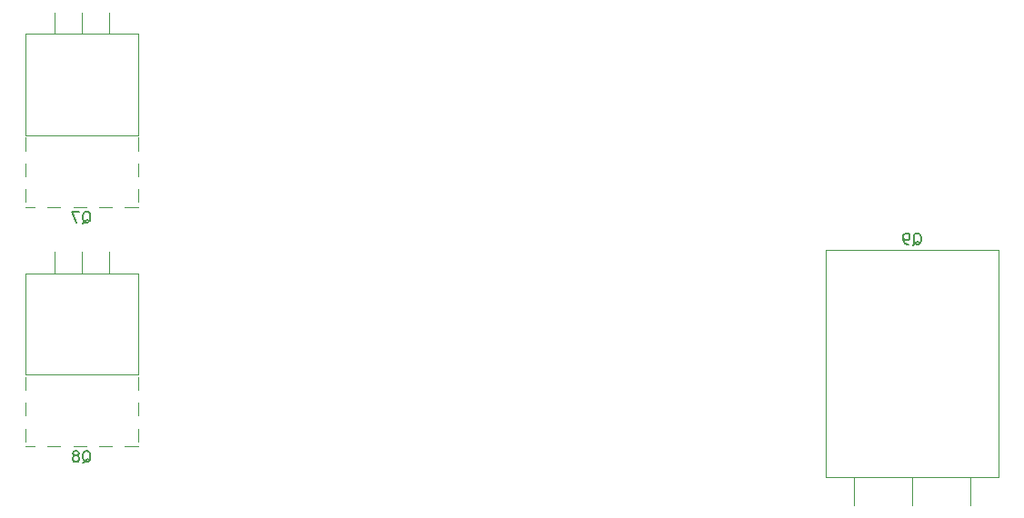
<source format=gbo>
%TF.GenerationSoftware,KiCad,Pcbnew,6.0.1-79c1e3a40b~116~ubuntu20.04.1*%
%TF.CreationDate,2022-02-02T21:52:56+02:00*%
%TF.ProjectId,OBQAS,4f425141-532e-46b6-9963-61645f706362,rev?*%
%TF.SameCoordinates,Original*%
%TF.FileFunction,Legend,Bot*%
%TF.FilePolarity,Positive*%
%FSLAX46Y46*%
G04 Gerber Fmt 4.6, Leading zero omitted, Abs format (unit mm)*
G04 Created by KiCad (PCBNEW 6.0.1-79c1e3a40b~116~ubuntu20.04.1) date 2022-02-02 21:52:56*
%MOMM*%
%LPD*%
G01*
G04 APERTURE LIST*
G04 Aperture macros list*
%AMRoundRect*
0 Rectangle with rounded corners*
0 $1 Rounding radius*
0 $2 $3 $4 $5 $6 $7 $8 $9 X,Y pos of 4 corners*
0 Add a 4 corners polygon primitive as box body*
4,1,4,$2,$3,$4,$5,$6,$7,$8,$9,$2,$3,0*
0 Add four circle primitives for the rounded corners*
1,1,$1+$1,$2,$3*
1,1,$1+$1,$4,$5*
1,1,$1+$1,$6,$7*
1,1,$1+$1,$8,$9*
0 Add four rect primitives between the rounded corners*
20,1,$1+$1,$2,$3,$4,$5,0*
20,1,$1+$1,$4,$5,$6,$7,0*
20,1,$1+$1,$6,$7,$8,$9,0*
20,1,$1+$1,$8,$9,$2,$3,0*%
G04 Aperture macros list end*
%ADD10C,0.150000*%
%ADD11C,0.120000*%
%ADD12C,3.600000*%
%ADD13O,4.000500X1.501140*%
%ADD14C,1.524000*%
%ADD15R,3.200000X3.200000*%
%ADD16O,3.200000X3.200000*%
%ADD17R,2.000000X2.000000*%
%ADD18C,2.000000*%
%ADD19RoundRect,1.500000X-1.500000X1.500000X-1.500000X-1.500000X1.500000X-1.500000X1.500000X1.500000X0*%
%ADD20C,6.000000*%
%ADD21C,3.200000*%
%ADD22RoundRect,0.250000X-0.600000X-0.725000X0.600000X-0.725000X0.600000X0.725000X-0.600000X0.725000X0*%
%ADD23O,1.700000X1.950000*%
%ADD24R,3.960000X1.980000*%
%ADD25O,3.960000X1.980000*%
%ADD26O,8.000000X3.800000*%
%ADD27C,2.400000*%
%ADD28O,2.400000X2.400000*%
%ADD29C,0.600000*%
%ADD30O,2.000000X0.900000*%
%ADD31O,1.700000X0.900000*%
%ADD32R,2.000000X1.905000*%
%ADD33O,2.000000X1.905000*%
%ADD34C,5.200000*%
%ADD35R,1.905000X2.000000*%
%ADD36O,1.905000X2.000000*%
%ADD37C,1.000000*%
%ADD38R,1.980000X3.960000*%
%ADD39O,1.980000X3.960000*%
%ADD40O,3.500000X3.500000*%
%ADD41O,3.600000X3.600000*%
%ADD42R,2.500000X4.500000*%
%ADD43O,2.500000X4.500000*%
G04 APERTURE END LIST*
D10*
X129437738Y-89952619D02*
X129532976Y-89905000D01*
X129628214Y-89809761D01*
X129771071Y-89666904D01*
X129866309Y-89619285D01*
X129961547Y-89619285D01*
X129913928Y-89857380D02*
X130009166Y-89809761D01*
X130104404Y-89714523D01*
X130152023Y-89524047D01*
X130152023Y-89190714D01*
X130104404Y-89000238D01*
X130009166Y-88905000D01*
X129913928Y-88857380D01*
X129723452Y-88857380D01*
X129628214Y-88905000D01*
X129532976Y-89000238D01*
X129485357Y-89190714D01*
X129485357Y-89524047D01*
X129532976Y-89714523D01*
X129628214Y-89809761D01*
X129723452Y-89857380D01*
X129913928Y-89857380D01*
X128913928Y-89285952D02*
X129009166Y-89238333D01*
X129056785Y-89190714D01*
X129104404Y-89095476D01*
X129104404Y-89047857D01*
X129056785Y-88952619D01*
X129009166Y-88905000D01*
X128913928Y-88857380D01*
X128723452Y-88857380D01*
X128628214Y-88905000D01*
X128580595Y-88952619D01*
X128532976Y-89047857D01*
X128532976Y-89095476D01*
X128580595Y-89190714D01*
X128628214Y-89238333D01*
X128723452Y-89285952D01*
X128913928Y-89285952D01*
X129009166Y-89333571D01*
X129056785Y-89381190D01*
X129104404Y-89476428D01*
X129104404Y-89666904D01*
X129056785Y-89762142D01*
X129009166Y-89809761D01*
X128913928Y-89857380D01*
X128723452Y-89857380D01*
X128628214Y-89809761D01*
X128580595Y-89762142D01*
X128532976Y-89666904D01*
X128532976Y-89476428D01*
X128580595Y-89381190D01*
X128628214Y-89333571D01*
X128723452Y-89285952D01*
X129437738Y-67652619D02*
X129532976Y-67605000D01*
X129628214Y-67509761D01*
X129771071Y-67366904D01*
X129866309Y-67319285D01*
X129961547Y-67319285D01*
X129913928Y-67557380D02*
X130009166Y-67509761D01*
X130104404Y-67414523D01*
X130152023Y-67224047D01*
X130152023Y-66890714D01*
X130104404Y-66700238D01*
X130009166Y-66605000D01*
X129913928Y-66557380D01*
X129723452Y-66557380D01*
X129628214Y-66605000D01*
X129532976Y-66700238D01*
X129485357Y-66890714D01*
X129485357Y-67224047D01*
X129532976Y-67414523D01*
X129628214Y-67509761D01*
X129723452Y-67557380D01*
X129913928Y-67557380D01*
X129152023Y-66557380D02*
X128485357Y-66557380D01*
X128913928Y-67557380D01*
X206782738Y-69687619D02*
X206877976Y-69640000D01*
X206973214Y-69544761D01*
X207116071Y-69401904D01*
X207211309Y-69354285D01*
X207306547Y-69354285D01*
X207258928Y-69592380D02*
X207354166Y-69544761D01*
X207449404Y-69449523D01*
X207497023Y-69259047D01*
X207497023Y-68925714D01*
X207449404Y-68735238D01*
X207354166Y-68640000D01*
X207258928Y-68592380D01*
X207068452Y-68592380D01*
X206973214Y-68640000D01*
X206877976Y-68735238D01*
X206830357Y-68925714D01*
X206830357Y-69259047D01*
X206877976Y-69449523D01*
X206973214Y-69544761D01*
X207068452Y-69592380D01*
X207258928Y-69592380D01*
X206354166Y-69592380D02*
X206163690Y-69592380D01*
X206068452Y-69544761D01*
X206020833Y-69497142D01*
X205925595Y-69354285D01*
X205877976Y-69163809D01*
X205877976Y-68782857D01*
X205925595Y-68687619D01*
X205973214Y-68640000D01*
X206068452Y-68592380D01*
X206258928Y-68592380D01*
X206354166Y-68640000D01*
X206401785Y-68687619D01*
X206449404Y-68782857D01*
X206449404Y-69020952D01*
X206401785Y-69116190D01*
X206354166Y-69163809D01*
X206258928Y-69211428D01*
X206068452Y-69211428D01*
X205973214Y-69163809D01*
X205925595Y-69116190D01*
X205877976Y-69020952D01*
D11*
X124092500Y-86765000D02*
X124092500Y-87965000D01*
X129792500Y-88405000D02*
X128592500Y-88405000D01*
X134592500Y-84365000D02*
X134592500Y-85565000D01*
X134592500Y-72295000D02*
X134592500Y-81725000D01*
X127392500Y-88405000D02*
X126192500Y-88405000D01*
X124092500Y-81965000D02*
X124092500Y-83165000D01*
X131882500Y-70335000D02*
X131882500Y-72295000D01*
X126802500Y-70335000D02*
X126802500Y-72295000D01*
X134592500Y-81965000D02*
X134592500Y-83165000D01*
X124992500Y-88405000D02*
X124092500Y-88405000D01*
X124092500Y-84365000D02*
X124092500Y-85565000D01*
X129342500Y-70335000D02*
X129342500Y-72295000D01*
X132193500Y-88405000D02*
X130992500Y-88405000D01*
X134592500Y-88405000D02*
X133392500Y-88405000D01*
X134592500Y-72295000D02*
X124092500Y-72295000D01*
X124092500Y-72295000D02*
X124092500Y-81725000D01*
X134592500Y-81725000D02*
X124092500Y-81725000D01*
X134592500Y-86765000D02*
X134592500Y-87965000D01*
X124092500Y-59665000D02*
X124092500Y-60865000D01*
X129792500Y-66105000D02*
X128592500Y-66105000D01*
X134592500Y-66105000D02*
X133392500Y-66105000D01*
X134592500Y-64465000D02*
X134592500Y-65665000D01*
X134592500Y-59425000D02*
X124092500Y-59425000D01*
X132193500Y-66105000D02*
X130992500Y-66105000D01*
X134592500Y-49995000D02*
X134592500Y-59425000D01*
X127392500Y-66105000D02*
X126192500Y-66105000D01*
X134592500Y-49995000D02*
X124092500Y-49995000D01*
X124092500Y-62065000D02*
X124092500Y-63265000D01*
X134592500Y-62065000D02*
X134592500Y-63265000D01*
X131882500Y-48035000D02*
X131882500Y-49995000D01*
X126802500Y-48035000D02*
X126802500Y-49995000D01*
X124092500Y-64465000D02*
X124092500Y-65665000D01*
X134592500Y-59665000D02*
X134592500Y-60865000D01*
X124992500Y-66105000D02*
X124092500Y-66105000D01*
X129342500Y-48035000D02*
X129342500Y-49995000D01*
X124092500Y-49995000D02*
X124092500Y-59425000D01*
X198617500Y-70140000D02*
X214757500Y-70140000D01*
X212137500Y-93890000D02*
X212137500Y-91330000D01*
X198617500Y-91330000D02*
X214757500Y-91330000D01*
X214757500Y-91330000D02*
X214757500Y-70140000D01*
X201237500Y-93890000D02*
X201237500Y-91330000D01*
X206687500Y-93890000D02*
X206687500Y-91330000D01*
X198617500Y-91330000D02*
X198617500Y-70140000D01*
%LPC*%
D12*
X91137500Y-138150000D03*
X183937500Y-83450000D03*
X183937500Y-138150000D03*
X91137500Y-83350000D03*
D13*
X98537500Y-94950000D03*
X98537500Y-92410000D03*
X98537500Y-89870000D03*
X98537500Y-87330000D03*
D14*
X204437501Y-100650000D03*
X199737501Y-112150000D03*
X199737501Y-119150000D03*
X199737501Y-100650000D03*
D15*
X181280000Y-45735000D03*
D16*
X196520000Y-45735000D03*
D17*
X132625000Y-154975000D03*
D18*
X132625000Y-147375000D03*
D19*
X74437500Y-54400000D03*
D20*
X74437500Y-61600000D03*
D21*
X145025000Y-138850000D03*
X72875000Y-138850000D03*
D22*
X192950000Y-147450000D03*
D23*
X195450000Y-147450000D03*
X197950000Y-147450000D03*
X200450000Y-147450000D03*
X202950000Y-147450000D03*
X205450000Y-147450000D03*
D24*
X213037500Y-108900000D03*
D25*
X213037500Y-103900000D03*
D14*
X194687500Y-100650000D03*
X189987500Y-112150000D03*
X189987500Y-119150000D03*
X189987500Y-100650000D03*
D26*
X97617500Y-49385000D03*
X106917500Y-49385000D03*
D17*
X140500000Y-149325000D03*
D18*
X140500000Y-154325000D03*
X140500000Y-151825000D03*
D21*
X148000000Y-157425000D03*
X148000000Y-146225000D03*
D18*
X155000000Y-154325000D03*
X155000000Y-149325000D03*
D22*
X192950000Y-154325000D03*
D23*
X195450000Y-154325000D03*
X197950000Y-154325000D03*
X200450000Y-154325000D03*
X202950000Y-154325000D03*
D27*
X215650000Y-65870000D03*
D28*
X215650000Y-96350000D03*
D29*
X75200000Y-149285000D03*
X75200000Y-155065000D03*
D30*
X75680000Y-147855000D03*
D31*
X71510000Y-156495000D03*
X71510000Y-147855000D03*
D30*
X75680000Y-156495000D03*
D32*
X87800000Y-72645000D03*
D33*
X87800000Y-75185000D03*
X87800000Y-77725000D03*
D34*
X137892500Y-59085000D03*
X167192500Y-59085000D03*
D24*
X213037500Y-124215000D03*
D25*
X213037500Y-119215000D03*
D21*
X72875000Y-45750000D03*
D22*
X211475000Y-147450000D03*
D23*
X213975000Y-147450000D03*
X216475000Y-147450000D03*
D24*
X213037500Y-139500000D03*
D25*
X213037500Y-134500000D03*
D17*
X201282323Y-49325000D03*
D18*
X206282323Y-49325000D03*
D21*
X216000000Y-45750000D03*
D14*
X199737500Y-140600000D03*
X204437500Y-129100000D03*
X204437500Y-122100000D03*
X204437500Y-140600000D03*
D35*
X95717500Y-58800000D03*
D36*
X93177500Y-58800000D03*
X90637500Y-58800000D03*
D14*
X189987500Y-140600000D03*
X194687500Y-129100000D03*
X194687500Y-122100000D03*
X194687500Y-140600000D03*
D37*
X73812500Y-86425000D03*
X73812500Y-94425000D03*
D38*
X88157500Y-49310000D03*
D39*
X83157500Y-49310000D03*
D22*
X208975000Y-154325000D03*
D23*
X211475000Y-154325000D03*
X213975000Y-154325000D03*
X216475000Y-154325000D03*
D40*
X129342500Y-84985000D03*
D35*
X131882500Y-69185000D03*
D36*
X129342500Y-69185000D03*
X126802500Y-69185000D03*
D40*
X129342500Y-62685000D03*
D35*
X131882500Y-46885000D03*
D36*
X129342500Y-46885000D03*
X126802500Y-46885000D03*
D41*
X206687500Y-76430000D03*
D42*
X201237500Y-96290000D03*
D43*
X206687500Y-96290000D03*
X212137500Y-96290000D03*
M02*

</source>
